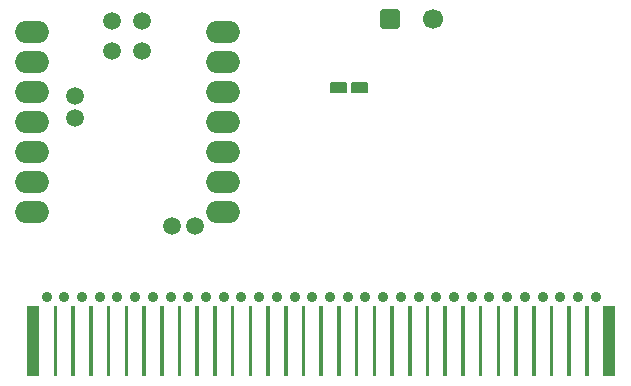
<source format=gbr>
%TF.GenerationSoftware,KiCad,Pcbnew,(6.0.11-0)*%
%TF.CreationDate,2023-06-25T12:17:34-05:00*%
%TF.ProjectId,TypePak,54797065-5061-46b2-9e6b-696361645f70,rev?*%
%TF.SameCoordinates,Original*%
%TF.FileFunction,Soldermask,Bot*%
%TF.FilePolarity,Negative*%
%FSLAX46Y46*%
G04 Gerber Fmt 4.6, Leading zero omitted, Abs format (unit mm)*
G04 Created by KiCad (PCBNEW (6.0.11-0)) date 2023-06-25 12:17:34*
%MOMM*%
%LPD*%
G01*
G04 APERTURE LIST*
G04 Aperture macros list*
%AMRoundRect*
0 Rectangle with rounded corners*
0 $1 Rounding radius*
0 $2 $3 $4 $5 $6 $7 $8 $9 X,Y pos of 4 corners*
0 Add a 4 corners polygon primitive as box body*
4,1,4,$2,$3,$4,$5,$6,$7,$8,$9,$2,$3,0*
0 Add four circle primitives for the rounded corners*
1,1,$1+$1,$2,$3*
1,1,$1+$1,$4,$5*
1,1,$1+$1,$6,$7*
1,1,$1+$1,$8,$9*
0 Add four rect primitives between the rounded corners*
20,1,$1+$1,$2,$3,$4,$5,0*
20,1,$1+$1,$4,$5,$6,$7,0*
20,1,$1+$1,$6,$7,$8,$9,0*
20,1,$1+$1,$8,$9,$2,$3,0*%
G04 Aperture macros list end*
%ADD10C,0.150000*%
%ADD11C,0.900000*%
%ADD12O,2.850000X1.900000*%
%ADD13C,1.497000*%
%ADD14RoundRect,0.300000X-0.550000X-0.550000X0.550000X-0.550000X0.550000X0.550000X-0.550000X0.550000X0*%
%ADD15C,1.700000*%
G04 APERTURE END LIST*
D10*
X152247720Y-93225808D02*
X153497711Y-93225817D01*
X150497712Y-92475806D02*
X151747715Y-92475807D01*
X153497711Y-93225817D02*
X153497713Y-92475808D01*
X151747715Y-92475807D02*
X151747718Y-93225813D01*
X152247720Y-92475810D02*
X152247720Y-93225808D01*
X151747718Y-93225813D02*
X150497714Y-93225796D01*
X150497714Y-93225796D02*
X150497712Y-92475806D01*
X153497713Y-92475808D02*
X152247720Y-92475810D01*
%TO.C,J1*%
G36*
X154300000Y-117250000D02*
G01*
X154000000Y-117250000D01*
X154000000Y-111300000D01*
X154300000Y-111300000D01*
X154300000Y-117250000D01*
G37*
G36*
X169300000Y-117250000D02*
G01*
X169000000Y-117250000D01*
X169000000Y-111300000D01*
X169300000Y-111300000D01*
X169300000Y-117250000D01*
G37*
G36*
X167800000Y-117250000D02*
G01*
X167500000Y-117250000D01*
X167500000Y-111300000D01*
X167800000Y-111300000D01*
X167800000Y-117250000D01*
G37*
G36*
X149800000Y-117250000D02*
G01*
X149500000Y-117250000D01*
X149500000Y-111300000D01*
X149800000Y-111300000D01*
X149800000Y-117250000D01*
G37*
G36*
X146800000Y-117250000D02*
G01*
X146500000Y-117250000D01*
X146500000Y-111300000D01*
X146800000Y-111300000D01*
X146800000Y-117250000D01*
G37*
G36*
X163300000Y-117250000D02*
G01*
X163000000Y-117250000D01*
X163000000Y-111300000D01*
X163300000Y-111300000D01*
X163300000Y-117250000D01*
G37*
G36*
X164800000Y-117250000D02*
G01*
X164500000Y-117250000D01*
X164500000Y-111300000D01*
X164800000Y-111300000D01*
X164800000Y-117250000D01*
G37*
G36*
X155800000Y-117250000D02*
G01*
X155500000Y-117250000D01*
X155500000Y-111300000D01*
X155800000Y-111300000D01*
X155800000Y-117250000D01*
G37*
G36*
X160300000Y-117250000D02*
G01*
X160000000Y-117250000D01*
X160000000Y-111300000D01*
X160300000Y-111300000D01*
X160300000Y-117250000D01*
G37*
G36*
X127300000Y-117250000D02*
G01*
X127000000Y-117250000D01*
X127000000Y-111300000D01*
X127300000Y-111300000D01*
X127300000Y-117250000D01*
G37*
G36*
X128800000Y-117250000D02*
G01*
X128500000Y-117250000D01*
X128500000Y-111300000D01*
X128800000Y-111300000D01*
X128800000Y-117250000D01*
G37*
G36*
X125800000Y-117250000D02*
G01*
X124750000Y-117250000D01*
X124750000Y-111300000D01*
X125800000Y-111300000D01*
X125800000Y-117250000D01*
G37*
G36*
X140800000Y-117250000D02*
G01*
X140500000Y-117250000D01*
X140500000Y-111300000D01*
X140800000Y-111300000D01*
X140800000Y-117250000D01*
G37*
G36*
X145300000Y-117250000D02*
G01*
X145000000Y-117250000D01*
X145000000Y-111300000D01*
X145300000Y-111300000D01*
X145300000Y-117250000D01*
G37*
G36*
X137800000Y-117250000D02*
G01*
X137500000Y-117250000D01*
X137500000Y-111300000D01*
X137800000Y-111300000D01*
X137800000Y-117250000D01*
G37*
G36*
X166300000Y-117250000D02*
G01*
X166000000Y-117250000D01*
X166000000Y-111300000D01*
X166300000Y-111300000D01*
X166300000Y-117250000D01*
G37*
G36*
X172300000Y-117250000D02*
G01*
X172000000Y-117250000D01*
X172000000Y-111300000D01*
X172300000Y-111300000D01*
X172300000Y-117250000D01*
G37*
G36*
X142300000Y-117250000D02*
G01*
X142000000Y-117250000D01*
X142000000Y-111300000D01*
X142300000Y-111300000D01*
X142300000Y-117250000D01*
G37*
G36*
X158800000Y-117250000D02*
G01*
X158500000Y-117250000D01*
X158500000Y-111300000D01*
X158800000Y-111300000D01*
X158800000Y-117250000D01*
G37*
G36*
X161800000Y-117250000D02*
G01*
X161500000Y-117250000D01*
X161500000Y-111300000D01*
X161800000Y-111300000D01*
X161800000Y-117250000D01*
G37*
G36*
X131800000Y-117250000D02*
G01*
X131500000Y-117250000D01*
X131500000Y-111300000D01*
X131800000Y-111300000D01*
X131800000Y-117250000D01*
G37*
G36*
X170800000Y-117250000D02*
G01*
X170500000Y-117250000D01*
X170500000Y-111300000D01*
X170800000Y-111300000D01*
X170800000Y-117250000D01*
G37*
G36*
X143800000Y-117250000D02*
G01*
X143500000Y-117250000D01*
X143500000Y-111300000D01*
X143800000Y-111300000D01*
X143800000Y-117250000D01*
G37*
G36*
X133300000Y-117250000D02*
G01*
X133000000Y-117250000D01*
X133000000Y-111300000D01*
X133300000Y-111300000D01*
X133300000Y-117250000D01*
G37*
G36*
X157300000Y-117250000D02*
G01*
X157000000Y-117250000D01*
X157000000Y-111300000D01*
X157300000Y-111300000D01*
X157300000Y-117250000D01*
G37*
G36*
X151300000Y-117250000D02*
G01*
X151000000Y-117250000D01*
X151000000Y-111300000D01*
X151300000Y-111300000D01*
X151300000Y-117250000D01*
G37*
G36*
X130300000Y-117250000D02*
G01*
X130000000Y-117250000D01*
X130000000Y-111300000D01*
X130300000Y-111300000D01*
X130300000Y-117250000D01*
G37*
G36*
X139300000Y-117250000D02*
G01*
X139000000Y-117250000D01*
X139000000Y-111300000D01*
X139300000Y-111300000D01*
X139300000Y-117250000D01*
G37*
G36*
X148300000Y-117250000D02*
G01*
X148000000Y-117250000D01*
X148000000Y-111300000D01*
X148300000Y-111300000D01*
X148300000Y-117250000D01*
G37*
G36*
X174550000Y-117250000D02*
G01*
X173500000Y-117250000D01*
X173500000Y-111300000D01*
X174550000Y-111300000D01*
X174550000Y-117250000D01*
G37*
G36*
X134800000Y-117250000D02*
G01*
X134500000Y-117250000D01*
X134500000Y-111300000D01*
X134800000Y-111300000D01*
X134800000Y-117250000D01*
G37*
G36*
X152800000Y-117250000D02*
G01*
X152500000Y-117250000D01*
X152500000Y-111300000D01*
X152800000Y-111300000D01*
X152800000Y-117250000D01*
G37*
G36*
X136300000Y-117250000D02*
G01*
X136000000Y-117250000D01*
X136000000Y-111300000D01*
X136300000Y-111300000D01*
X136300000Y-117250000D01*
G37*
%TD*%
D11*
%TO.C,J1*%
X126400000Y-110600000D03*
X127900000Y-110600000D03*
X129400000Y-110600000D03*
X130900000Y-110600000D03*
X132400000Y-110600000D03*
X133900000Y-110600000D03*
X135400000Y-110600000D03*
X136900000Y-110600000D03*
X138400000Y-110600000D03*
X139900000Y-110600000D03*
X141400000Y-110600000D03*
X142900000Y-110600000D03*
X144400000Y-110600000D03*
X145900000Y-110600000D03*
X147400000Y-110600000D03*
X148900000Y-110600000D03*
X150400000Y-110600000D03*
X151900000Y-110600000D03*
X153400000Y-110600000D03*
X154900000Y-110600000D03*
X156400000Y-110600000D03*
X157900000Y-110600000D03*
X159400000Y-110600000D03*
X160900000Y-110600000D03*
X162400000Y-110600000D03*
X163900000Y-110600000D03*
X165400000Y-110600000D03*
X166900000Y-110600000D03*
X168400000Y-110600000D03*
X169900000Y-110600000D03*
X171400000Y-110600000D03*
X172900000Y-110600000D03*
%TD*%
D12*
%TO.C,U1*%
X125155000Y-88130000D03*
X125155000Y-90670000D03*
X125155000Y-93210000D03*
X125155000Y-95750000D03*
X125155000Y-98290000D03*
X125155000Y-100830000D03*
X125155000Y-103370000D03*
X141345000Y-103370000D03*
X141345000Y-100830000D03*
X141345000Y-98290000D03*
X141345000Y-95750000D03*
X141345000Y-93210000D03*
X141345000Y-90670000D03*
X141345000Y-88130000D03*
D13*
X131980000Y-87178000D03*
X134520000Y-87178000D03*
X131980000Y-89718000D03*
X134520000Y-89718000D03*
X128805000Y-95433000D03*
X128805000Y-93528000D03*
X137052408Y-104551408D03*
X138957408Y-104551408D03*
%TD*%
D14*
%TO.C,J2*%
X155500000Y-87000000D03*
D15*
X159100000Y-87000000D03*
%TD*%
G36*
X153494286Y-92479235D02*
G01*
X153497713Y-92487508D01*
X153497711Y-93214117D01*
X153494284Y-93222390D01*
X153486011Y-93225817D01*
X152259420Y-93225808D01*
X152251147Y-93222381D01*
X152247720Y-93214108D01*
X152247720Y-92487510D01*
X152251147Y-92479237D01*
X152259420Y-92475810D01*
X153486013Y-92475808D01*
X153494286Y-92479235D01*
G37*
G36*
X151736015Y-92475807D02*
G01*
X151744288Y-92479234D01*
X151747715Y-92487507D01*
X151747718Y-93214113D01*
X151744291Y-93222386D01*
X151736018Y-93225813D01*
X150509414Y-93225796D01*
X150501141Y-93222369D01*
X150497714Y-93214096D01*
X150497712Y-92487506D01*
X150501139Y-92479233D01*
X150509412Y-92475806D01*
X151736015Y-92475807D01*
G37*
M02*

</source>
